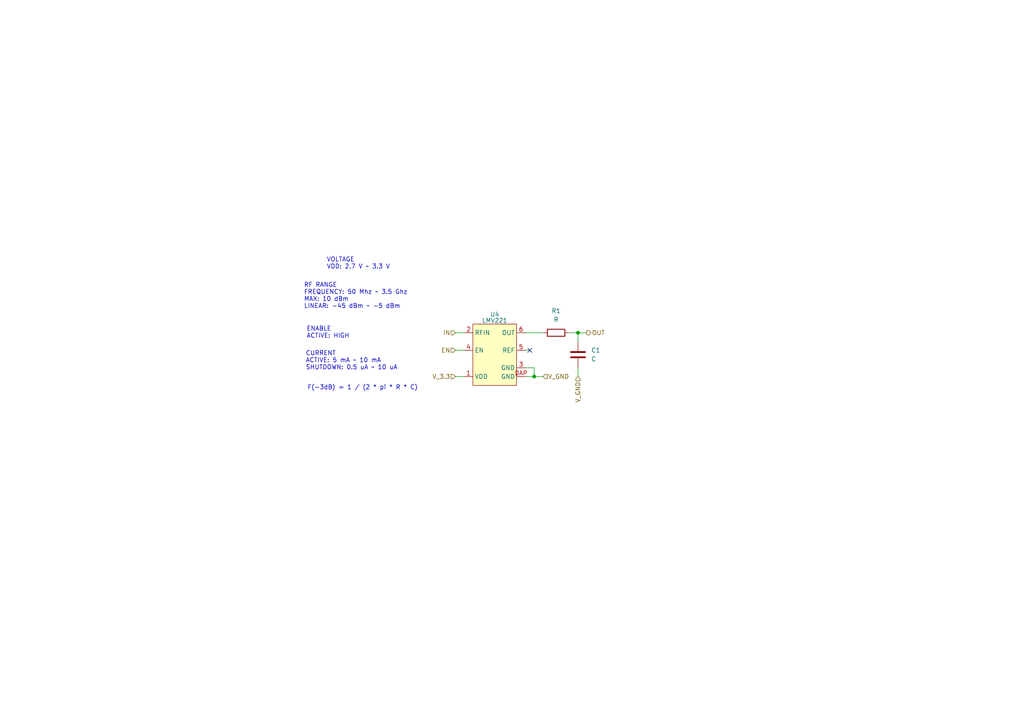
<source format=kicad_sch>
(kicad_sch (version 20231120) (generator "eeschema") (generator_version "8.0")
  (paper "A4")
  (lib_symbols
    (symbol "CUBESAT:LMV221"
      (property "Reference" "U" (at 0 11.684 0))
      (property "Value" "LMV221" (at 0 9.906 0))
      (symbol "LMV221_0_0"
        (pin power_in line (at -8.89 -6.35 0) (length 2.54) (name "VDD") (number "1"))
        (pin input line (at -8.89 6.35 0) (length 2.54) (name "RFIN") (number "2"))
        (pin power_in line (at 8.89 -3.81 180) (length 2.54) (name "GND") (number "3"))
        (pin input line (at -8.89 1.27 0) (length 2.54) (name "EN") (number "4"))
        (pin output line (at 8.89 1.27 180) (length 2.54) (name "REF") (number "5"))
        (pin output line (at 8.89 6.35 180) (length 2.54) (name "OUT") (number "6"))
        (pin power_in line (at 8.89 -6.35 180) (length 2.54) (name "GND") (number "DAP"))
      )
      (symbol "LMV221_1_1"
        (rectangle (start -6.35 8.89) (end 6.35 -8.89) (fill (type background)))
      )
    )
    (symbol "Device:C" (pin_numbers hide) (pin_names (offset 0.254))
      (property "Reference" "C" (at 0.635 2.54 0))
      (property "Value" "C" (at 0.635 -2.54 0))
      (symbol "C_0_1"
        (polyline (pts (xy -2.032 -0.762) (xy 2.032 -0.762)) (stroke (width 0.508)))
        (polyline (pts (xy -2.032 0.762) (xy 2.032 0.762)) (stroke (width 0.508)))
      )
      (symbol "C_1_1"
        (pin passive line (at 0 3.81 270) (length 2.794) (name "~") (number "1"))
        (pin passive line (at 0 -3.81 90) (length 2.794) (name "~") (number "2"))
      )
    )
    (symbol "Device:R" (pin_numbers hide) (pin_names (offset 0))
      (property "Reference" "R" (at 2.032 0 90))
      (property "Value" "R" (at 0 0 90))
      (symbol "R_0_1"
        (rectangle (start -1.016 -2.54) (end 1.016 2.54) (stroke (width 0.254)))
      )
      (symbol "R_1_1"
        (pin passive line (at 0 3.81 270) (length 1.27) (name "~") (number "1"))
        (pin passive line (at 0 -3.81 90) (length 1.27) (name "~") (number "2"))
      )
    )
  )
  (junction (at 154.94 109.22))
  (junction (at 167.64 96.52))
  (no_connect (at 153.67 101.6))
  (wire (pts (xy 167.64 96.52) (xy 170.18 96.52)))
  (wire (pts (xy 132.08 96.52) (xy 134.62 96.52)))
  (wire (pts (xy 165.1 96.52) (xy 167.64 96.52)))
  (wire (pts (xy 132.08 101.6) (xy 134.62 101.6)))
  (wire (pts (xy 157.48 109.22) (xy 154.94 109.22)))
  (wire (pts (xy 154.94 109.22) (xy 152.4 109.22)))
  (wire (pts (xy 132.08 109.22) (xy 134.62 109.22)))
  (wire (pts (xy 167.64 99.06) (xy 167.64 96.52)))
  (wire (pts (xy 153.67 101.6) (xy 152.4 101.6)))
  (wire (pts (xy 152.4 106.68) (xy 154.94 106.68)))
  (wire (pts (xy 157.48 96.52) (xy 152.4 96.52)))
  (wire (pts (xy 154.94 106.68) (xy 154.94 109.22)))
  (wire (pts (xy 167.64 109.22) (xy 167.64 106.68)))
  (text "RF RANGE\nFREQUENCY: 50 Mhz ~ 3.5 Ghz\nMAX: 10 dBm\nLINEAR: -45 dBm ~ -5 dBm" (at 88.138 82.042 0) (effects (font (size 1.27 1.27)) (justify left top)))
  (text "ENABLE\nACTIVE: HIGH" (at 88.9 94.742 0) (effects (font (size 1.27 1.27)) (justify left top)))
  (text "F(-3dB) = 1 / (2 * pi * R * C)" (at 89.154 111.76 0) (effects (font (size 1.27 1.27)) (justify left top)))
  (text "CURRENT\nACTIVE: 5 mA ~ 10 mA\nSHUTDOWN: 0.5 uA ~ 10 uA" (at 88.646 101.854 0) (effects (font (size 1.27 1.27)) (justify left top)))
  (text "VOLTAGE\nVDD: 2.7 V ~ 3.3 V" (at 94.742 74.676 0) (effects (font (size 1.27 1.27)) (justify left top)))
  (hierarchical_label "EN" (shape input) (at 132.08 101.6 180))
  (hierarchical_label "V_GND" (shape input) (at 167.64 109.22 270))
  (hierarchical_label "IN" (shape input) (at 132.08 96.52 180))
  (hierarchical_label "V_GND" (shape input) (at 157.48 109.22 0))
  (hierarchical_label "OUT" (shape output) (at 170.18 96.52 0))
  (hierarchical_label "V_3.3" (shape input) (at 132.08 109.22 180))
  (symbol (lib_id "Device:R") (at 161.29 96.52 90) (unit 1)
    (property "Reference" "R1" (at 161.29 90.17 90))
    (property "Value" "R" (at 161.29 92.71 90))
    (property "Description" "Resistor" (effects (hide yes)))
  )
  (symbol (lib_id "Device:C") (at 167.64 102.87 0) (unit 1)
    (property "Reference" "C1" (at 171.45 101.5999 0) (effects (justify left)))
    (property "Value" "C" (at 171.45 104.1399 0) (effects (justify left)))
    (property "Description" "Unpolarized capacitor" (effects (hide yes)))
  )
  (symbol (lib_id "CUBESAT:LMV221") (at 143.51 102.87 0) (unit 1)
    (property "Reference" "U4" (at 143.51 91.186 0))
    (property "Value" "LMV221" (at 143.51 92.964 0))
    (property "Datasheet" "https://www.ti.com/lit/ds/symlink/lmv221.pdf" (effects (hide yes)))
    (property "Description" "LMV221 50-MHz to 3.5-GHz 40-dB Logarithmic Power Detector for CDMA and WCDMA" (effects (hide yes)))
  )
)
</source>
